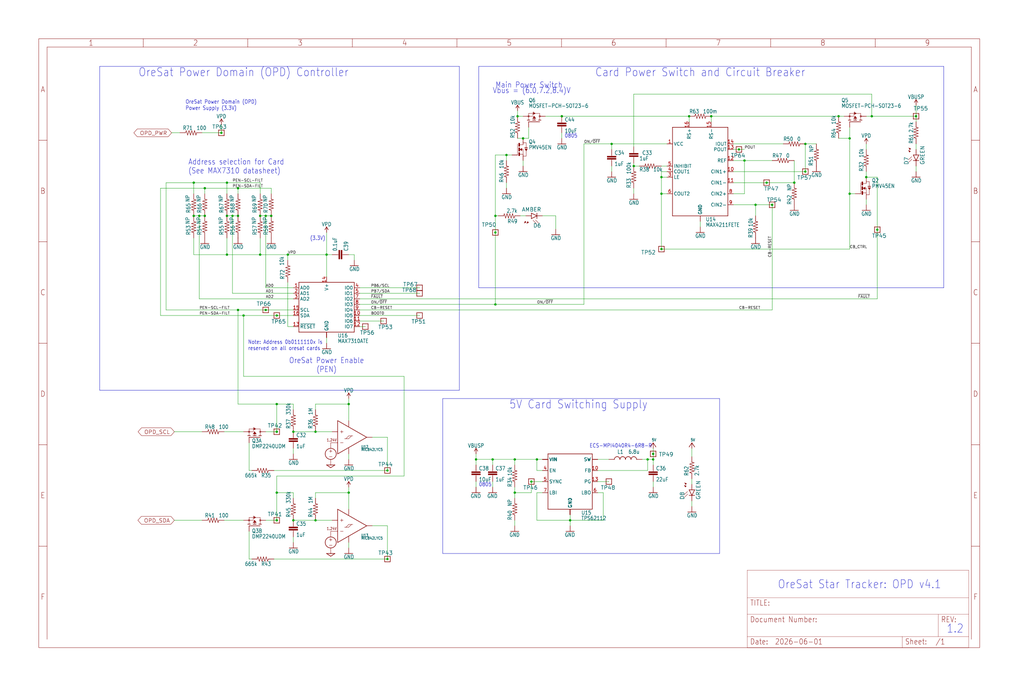
<source format=kicad_sch>
(kicad_sch (version 20250114) (generator "eeschema") (generator_version "9.0")
  (paper "User" 469.9 317.627)
  (text "Vbus = (6.0,7.2,8.4)V" (at 226.06 43.18 0) (effects (font (size 2.54 2.159)) (justify left bottom)))
  (text "0805" (at 219.71 223.52 0) (effects (font (size 1.778 1.5113)) (justify left bottom)))
  (text "0805" (at 259.08 63.5 0) (effects (font (size 1.778 1.5113)) (justify left bottom)))
  (text "ECS-MPI4040R4-6R8-R" (at 270.51 205.74 0) (effects (font (size 1.778 1.5113)) (justify left bottom)))
  (text "OreSat Power Enable\n(PEN)" (at 149.86 167.64 0) (effects (font (size 2.54 2.159))))
  (text "5V Card Switching Supply" (at 233.68 187.96 0) (effects (font (size 3.81 3.2385)) (justify left bottom)))
  (text "OreSat Power Domain (OPD) Controller" (at 63.5 35.56 0) (effects (font (size 3.81 3.2385)) (justify left bottom)))
  (text "OreSat Star Tracker: OPD v4.1" (at 356.87 270.51 0) (effects (font (size 3.81 3.2385)) (justify left bottom)))
  (text "Note: Address 0b0111110x is\nreserved on all oresat cards" (at 113.792 161.036 0) (effects (font (size 1.778 1.5113)) (justify left bottom)))
  (text "Address selection for Card\n(See MAX7310 datasheet)" (at 86.36 80.01 0) (effects (font (size 2.54 2.159)) (justify left bottom)))
  (text "Card Power Switch and Circuit Breaker" (at 273.05 35.56 0) (effects (font (size 3.81 3.2385)) (justify left bottom)))
  (text "(3.3V)" (at 142.24 110.49 0) (effects (font (size 1.778 1.5113)) (justify left bottom)))
  (text "OreSat Power Domain (OPD)\nPower Supply (3.3V)" (at 85.09 50.8 0) (effects (font (size 1.778 1.5113)) (justify left bottom)))
  (text "1.2" (at 434.34 290.83 0) (effects (font (size 3.81 3.2385)) (justify left bottom)))
  (text "Main Power Switch" (at 227.33 40.64 0) (effects (font (size 2.54 2.159)) (justify left bottom)))
  (junction (at 91.44 99.06))
  (junction (at 354.33 93.98))
  (junction (at 127 144.78))
  (junction (at 232.41 71.12))
  (junction (at 160.02 185.42))
  (junction (at 236.22 226.06))
  (junction (at 351.79 83.82))
  (junction (at 246.38 210.82))
  (junction (at 303.53 88.9))
  (junction (at 369.57 66.04))
  (junction (at 299.72 208.28))
  (junction (at 420.37 53.34))
  (junction (at 402.59 105.41))
  (junction (at 227.33 139.7))
  (junction (at 243.84 220.98))
  (junction (at 227.33 99.06))
  (junction (at 121.92 142.24))
  (junction (at 109.22 99.06))
  (junction (at 93.98 86.36))
  (junction (at 341.63 73.66))
  (junction (at 400.05 53.34))
  (junction (at 226.06 210.82))
  (junction (at 104.14 116.84))
  (junction (at 101.6 60.96))
  (junction (at 93.98 99.06))
  (junction (at 303.53 81.28))
  (junction (at 127 226.06))
  (junction (at 177.8 256.54))
  (junction (at 389.89 63.5))
  (junction (at 134.62 198.12))
  (junction (at 109.22 86.36))
  (junction (at 104.14 99.06))
  (junction (at 127 238.76))
  (junction (at 106.68 99.06))
  (junction (at 364.49 83.82))
  (junction (at 127 198.12))
  (junction (at 299.72 210.82))
  (junction (at 280.67 66.04))
  (junction (at 149.86 116.84))
  (junction (at 134.62 238.76))
  (junction (at 121.92 99.06))
  (junction (at 290.83 76.2))
  (junction (at 369.57 78.74))
  (junction (at 218.44 210.82))
  (junction (at 119.38 99.06))
  (junction (at 316.23 53.34))
  (junction (at 297.18 210.82))
  (junction (at 303.53 114.3))
  (junction (at 104.14 83.82))
  (junction (at 177.8 215.9))
  (junction (at 109.22 142.24))
  (junction (at 88.9 99.06))
  (junction (at 384.81 53.34))
  (junction (at 160.02 226.06))
  (junction (at 240.03 63.5))
  (junction (at 88.9 83.82))
  (junction (at 119.38 116.84))
  (junction (at 237.49 53.34))
  (junction (at 127 185.42))
  (junction (at 346.71 93.98))
  (junction (at 261.62 238.76))
  (junction (at 257.81 53.34))
  (junction (at 144.78 198.12))
  (junction (at 326.39 53.34))
  (junction (at 397.51 81.28))
  (junction (at 236.22 210.82))
  (junction (at 132.08 116.84))
  (junction (at 144.78 238.76))
  (junction (at 111.76 144.78))
  (junction (at 124.46 99.06))
  (junction (at 389.89 88.9))
  (junction (at 227.33 106.68))
  (junction (at 339.09 68.58))
  (wire (pts (xy 274.32 215.9) (xy 297.18 215.9)) (stroke (width 0.1524)))
  (wire (pts (xy 109.22 86.36) (xy 124.46 86.36)) (stroke (width 0.1524)))
  (wire (pts (xy 227.33 71.12) (xy 227.33 99.06)) (stroke (width 0.1524)))
  (wire (pts (xy 402.59 137.16) (xy 165.1 137.16)) (stroke (width 0.1524)))
  (wire (pts (xy 144.78 228.6) (xy 144.78 226.06)) (stroke (width 0.1524)))
  (wire (pts (xy 317.5 209.55) (xy 317.5 205.74)) (stroke (width 0.1524)))
  (wire (pts (xy 226.06 213.36) (xy 226.06 210.82)) (stroke (width 0.1524)))
  (polyline (pts (xy 219.71 30.48) (xy 433.07 30.48)) (stroke (width 0.1524) (type solid)))
  (wire (pts (xy 104.14 88.9) (xy 104.14 83.82)) (stroke (width 0.1524)))
  (wire (pts (xy 346.71 99.06) (xy 346.71 93.98)) (stroke (width 0.1524)))
  (wire (pts (xy 232.41 71.12) (xy 234.95 71.12)) (stroke (width 0.1524)))
  (polyline (pts (xy 433.07 132.08) (xy 219.71 132.08)) (stroke (width 0.1524) (type solid)))
  (polyline (pts (xy 45.72 179.07) (xy 45.72 30.48)) (stroke (width 0.1524) (type solid)))
  (wire (pts (xy 354.33 93.98) (xy 346.71 93.98)) (stroke (width 0.1524)))
  (wire (pts (xy 119.38 88.9) (xy 119.38 83.82)) (stroke (width 0.1524)))
  (wire (pts (xy 336.55 78.74) (xy 369.57 78.74)) (stroke (width 0.1524)))
  (wire (pts (xy 236.22 241.3) (xy 236.22 238.76)) (stroke (width 0.1524)))
  (wire (pts (xy 400.05 53.34) (xy 420.37 53.34)) (stroke (width 0.1524)))
  (wire (pts (xy 144.78 187.96) (xy 144.78 185.42)) (stroke (width 0.1524)))
  (wire (pts (xy 243.84 220.98) (xy 248.92 220.98)) (stroke (width 0.1524)))
  (wire (pts (xy 115.57 256.54) (xy 114.3 256.54)) (stroke (width 0.1524)))
  (wire (pts (xy 127 218.44) (xy 185.42 218.44)) (stroke (width 0.1524)))
  (wire (pts (xy 243.84 226.06) (xy 236.22 226.06)) (stroke (width 0.1524)))
  (wire (pts (xy 88.9 116.84) (xy 104.14 116.84)) (stroke (width 0.1524)))
  (wire (pts (xy 134.62 149.86) (xy 132.08 149.86)) (stroke (width 0.1524)))
  (wire (pts (xy 127 238.76) (xy 121.92 238.76)) (stroke (width 0.1524)))
  (wire (pts (xy 384.81 63.5) (xy 389.89 63.5)) (stroke (width 0.1524)))
  (polyline (pts (xy 330.2 182.88) (xy 330.2 254)) (stroke (width 0.1524) (type solid)))
  (wire (pts (xy 402.59 105.41) (xy 402.59 137.16)) (stroke (width 0.1524)))
  (wire (pts (xy 246.38 215.9) (xy 246.38 210.82)) (stroke (width 0.1524)))
  (wire (pts (xy 160.02 226.06) (xy 160.02 223.52)) (stroke (width 0.1524)))
  (wire (pts (xy 290.83 88.9) (xy 290.83 86.36)) (stroke (width 0.1524)))
  (wire (pts (xy 299.72 223.52) (xy 299.72 220.98)) (stroke (width 0.1524)))
  (wire (pts (xy 237.49 50.8) (xy 237.49 53.34)) (stroke (width 0.1524)))
  (wire (pts (xy 397.51 66.04) (xy 397.51 68.58)) (stroke (width 0.1524)))
  (wire (pts (xy 397.51 81.28) (xy 402.59 81.28)) (stroke (width 0.1524)))
  (wire (pts (xy 321.31 104.14) (xy 321.31 101.6)) (stroke (width 0.1524)))
  (wire (pts (xy 299.72 213.36) (xy 299.72 210.82)) (stroke (width 0.1524)))
  (wire (pts (xy 88.9 88.9) (xy 88.9 83.82)) (stroke (width 0.1524)))
  (wire (pts (xy 297.18 210.82) (xy 294.64 210.82)) (stroke (width 0.1524)))
  (wire (pts (xy 389.89 63.5) (xy 389.89 58.42)) (stroke (width 0.1524)))
  (wire (pts (xy 91.44 137.16) (xy 91.44 99.06)) (stroke (width 0.1524)))
  (polyline (pts (xy 210.82 30.48) (xy 210.82 179.07)) (stroke (width 0.1524) (type solid)))
  (wire (pts (xy 119.38 116.84) (xy 132.08 116.84)) (stroke (width 0.1524)))
  (wire (pts (xy 134.62 187.96) (xy 134.62 185.42)) (stroke (width 0.1524)))
  (wire (pts (xy 306.07 78.74) (xy 303.53 78.74)) (stroke (width 0.1524)))
  (wire (pts (xy 397.51 91.44) (xy 397.51 93.98)) (stroke (width 0.1524)))
  (wire (pts (xy 290.83 74.93) (xy 290.83 76.2)) (stroke (width 0.1524)))
  (wire (pts (xy 165.1 139.7) (xy 227.33 139.7)) (stroke (width 0.1524)))
  (wire (pts (xy 336.55 68.58) (xy 339.09 68.58)) (stroke (width 0.1524)))
  (wire (pts (xy 124.46 99.06) (xy 121.92 99.06)) (stroke (width 0.1524)))
  (wire (pts (xy 346.71 93.98) (xy 336.55 93.98)) (stroke (width 0.1524)))
  (wire (pts (xy 274.32 226.06) (xy 276.86 226.06)) (stroke (width 0.1524)))
  (wire (pts (xy 389.89 114.3) (xy 303.53 114.3)) (stroke (width 0.1524)))
  (wire (pts (xy 149.86 116.84) (xy 149.86 106.68)) (stroke (width 0.1524)))
  (wire (pts (xy 236.22 210.82) (xy 226.06 210.82)) (stroke (width 0.1524)))
  (wire (pts (xy 165.1 147.32) (xy 176.022 147.32)) (stroke (width 0.1524)))
  (wire (pts (xy 290.83 67.31) (xy 290.83 43.18)) (stroke (width 0.1524)))
  (wire (pts (xy 134.62 144.78) (xy 127 144.78)) (stroke (width 0.1524)))
  (wire (pts (xy 160.02 185.42) (xy 160.02 182.88)) (stroke (width 0.1524)))
  (wire (pts (xy 177.8 256.54) (xy 125.73 256.54)) (stroke (width 0.1524)))
  (wire (pts (xy 274.32 210.82) (xy 279.4 210.82)) (stroke (width 0.1524)))
  (wire (pts (xy 227.33 139.7) (xy 267.97 139.7)) (stroke (width 0.1524)))
  (polyline (pts (xy 330.2 254) (xy 203.2 254)) (stroke (width 0.1524) (type solid)))
  (wire (pts (xy 384.81 53.34) (xy 387.35 53.34)) (stroke (width 0.1524)))
  (wire (pts (xy 160.02 251.46) (xy 160.02 248.92)) (stroke (width 0.1524)))
  (wire (pts (xy 76.2 83.82) (xy 88.9 83.82)) (stroke (width 0.1524)))
  (wire (pts (xy 369.57 66.04) (xy 374.65 66.04)) (stroke (width 0.1524)))
  (wire (pts (xy 165.1 134.62) (xy 192.532 134.62)) (stroke (width 0.1524)))
  (wire (pts (xy 227.33 99.06) (xy 227.33 106.68)) (stroke (width 0.1524)))
  (wire (pts (xy 111.76 198.12) (xy 102.87 198.12)) (stroke (width 0.1524)))
  (wire (pts (xy 420.37 66.04) (xy 420.37 68.58)) (stroke (width 0.1524)))
  (wire (pts (xy 236.22 228.6) (xy 236.22 226.06)) (stroke (width 0.1524)))
  (wire (pts (xy 109.22 99.06) (xy 106.68 99.06)) (stroke (width 0.1524)))
  (wire (pts (xy 127 185.42) (xy 127 198.12)) (stroke (width 0.1524)))
  (wire (pts (xy 185.42 218.44) (xy 185.42 172.72)) (stroke (width 0.1524)))
  (wire (pts (xy 149.86 157.48) (xy 149.86 154.94)) (stroke (width 0.1524)))
  (wire (pts (xy 167.64 149.86) (xy 165.1 149.86)) (stroke (width 0.1524)))
  (wire (pts (xy 290.83 43.18) (xy 400.05 43.18)) (stroke (width 0.1524)))
  (polyline (pts (xy 210.82 179.07) (xy 45.72 179.07)) (stroke (width 0.1524) (type solid)))
  (wire (pts (xy 160.02 185.42) (xy 144.78 185.42)) (stroke (width 0.1524)))
  (wire (pts (xy 160.02 233.68) (xy 160.02 226.06)) (stroke (width 0.1524)))
  (wire (pts (xy 303.53 88.9) (xy 306.07 88.9)) (stroke (width 0.1524)))
  (wire (pts (xy 276.86 226.06) (xy 276.86 238.76)) (stroke (width 0.1524)))
  (wire (pts (xy 132.08 129.54) (xy 132.08 149.86)) (stroke (width 0.1524)))
  (wire (pts (xy 162.56 116.84) (xy 162.56 119.38)) (stroke (width 0.1524)))
  (wire (pts (xy 144.78 198.12) (xy 134.62 198.12)) (stroke (width 0.1524)))
  (wire (pts (xy 82.55 60.96) (xy 78.74 60.96)) (stroke (width 0.1524)))
  (wire (pts (xy 299.72 210.82) (xy 299.72 208.28)) (stroke (width 0.1524)))
  (wire (pts (xy 303.53 114.3) (xy 303.53 88.9)) (stroke (width 0.1524)))
  (wire (pts (xy 92.71 198.12) (xy 80.01 198.12)) (stroke (width 0.1524)))
  (polyline (pts (xy 203.2 254) (xy 203.2 182.88)) (stroke (width 0.1524) (type solid)))
  (wire (pts (xy 364.49 83.82) (xy 364.49 73.66)) (stroke (width 0.1524)))
  (wire (pts (xy 170.815 200.66) (xy 177.8 200.66)) (stroke (width 0.1524)))
  (wire (pts (xy 101.6 60.96) (xy 101.6 57.15)) (stroke (width 0.1524)))
  (wire (pts (xy 246.38 226.06) (xy 248.92 226.06)) (stroke (width 0.1524)))
  (wire (pts (xy 218.44 210.82) (xy 218.44 208.28)) (stroke (width 0.1524)))
  (wire (pts (xy 134.62 248.92) (xy 134.62 246.38)) (stroke (width 0.1524)))
  (wire (pts (xy 93.98 99.06) (xy 91.44 99.06)) (stroke (width 0.1524)))
  (wire (pts (xy 93.98 88.9) (xy 93.98 86.36)) (stroke (width 0.1524)))
  (wire (pts (xy 177.8 200.66) (xy 177.8 215.9)) (stroke (width 0.1524)))
  (wire (pts (xy 341.63 73.66) (xy 354.33 73.66)) (stroke (width 0.1524)))
  (wire (pts (xy 341.63 88.9) (xy 341.63 73.66)) (stroke (width 0.1524)))
  (wire (pts (xy 170.815 241.3) (xy 177.8 241.3)) (stroke (width 0.1524)))
  (wire (pts (xy 134.62 185.42) (xy 127 185.42)) (stroke (width 0.1524)))
  (wire (pts (xy 152.4 238.76) (xy 144.78 238.76)) (stroke (width 0.1524)))
  (wire (pts (xy 250.19 53.34) (xy 257.81 53.34)) (stroke (width 0.1524)))
  (wire (pts (xy 127 144.78) (xy 111.76 144.78)) (stroke (width 0.1524)))
  (wire (pts (xy 240.03 73.66) (xy 240.03 76.2)) (stroke (width 0.1524)))
  (wire (pts (xy 177.8 215.9) (xy 125.73 215.9)) (stroke (width 0.1524)))
  (polyline (pts (xy 45.72 30.48) (xy 210.82 30.48)) (stroke (width 0.1524) (type solid)))
  (wire (pts (xy 160.02 193.04) (xy 160.02 185.42)) (stroke (width 0.1524)))
  (wire (pts (xy 134.62 226.06) (xy 127 226.06)) (stroke (width 0.1524)))
  (wire (pts (xy 104.14 116.84) (xy 119.38 116.84)) (stroke (width 0.1524)))
  (wire (pts (xy 114.3 256.54) (xy 114.3 243.84)) (stroke (width 0.1524)))
  (wire (pts (xy 267.97 66.04) (xy 280.67 66.04)) (stroke (width 0.1524)))
  (wire (pts (xy 290.83 76.2) (xy 293.37 76.2)) (stroke (width 0.1524)))
  (wire (pts (xy 88.9 83.82) (xy 104.14 83.82)) (stroke (width 0.1524)))
  (wire (pts (xy 257.81 63.5) (xy 257.81 60.96)) (stroke (width 0.1524)))
  (wire (pts (xy 420.37 76.2) (xy 420.37 78.74)) (stroke (width 0.1524)))
  (wire (pts (xy 104.14 83.82) (xy 119.38 83.82)) (stroke (width 0.1524)))
  (wire (pts (xy 389.89 88.9) (xy 389.89 114.3)) (stroke (width 0.1524)))
  (wire (pts (xy 134.62 137.16) (xy 91.44 137.16)) (stroke (width 0.1524)))
  (wire (pts (xy 232.41 73.66) (xy 232.41 71.12)) (stroke (width 0.1524)))
  (wire (pts (xy 121.92 142.24) (xy 134.62 142.24)) (stroke (width 0.1524)))
  (wire (pts (xy 134.62 134.62) (xy 106.68 134.62)) (stroke (width 0.1524)))
  (wire (pts (xy 115.57 215.9) (xy 114.3 215.9)) (stroke (width 0.1524)))
  (wire (pts (xy 111.76 238.76) (xy 102.87 238.76)) (stroke (width 0.1524)))
  (wire (pts (xy 316.23 53.34) (xy 316.23 55.88)) (stroke (width 0.1524)))
  (wire (pts (xy 242.57 63.5) (xy 242.57 58.42)) (stroke (width 0.1524)))
  (wire (pts (xy 228.6 99.06) (xy 227.33 99.06)) (stroke (width 0.1524)))
  (wire (pts (xy 246.38 238.76) (xy 261.62 238.76)) (stroke (width 0.1524)))
  (wire (pts (xy 134.62 208.28) (xy 134.62 205.74)) (stroke (width 0.1524)))
  (wire (pts (xy 165.1 142.24) (xy 354.33 142.24)) (stroke (width 0.1524)))
  (wire (pts (xy 306.07 76.2) (xy 303.53 76.2)) (stroke (width 0.1524)))
  (wire (pts (xy 236.22 226.06) (xy 236.22 223.52)) (stroke (width 0.1524)))
  (wire (pts (xy 76.2 142.24) (xy 76.2 83.82)) (stroke (width 0.1524)))
  (wire (pts (xy 218.44 220.98) (xy 218.44 223.52)) (stroke (width 0.1524)))
  (wire (pts (xy 177.8 241.3) (xy 177.8 256.54)) (stroke (width 0.1524)))
  (wire (pts (xy 326.39 55.88) (xy 326.39 53.34)) (stroke (width 0.1524)))
  (wire (pts (xy 237.49 63.5) (xy 240.03 63.5)) (stroke (width 0.1524)))
  (wire (pts (xy 317.5 229.87) (xy 317.5 232.41)) (stroke (width 0.1524)))
  (wire (pts (xy 134.62 132.08) (xy 121.92 132.08)) (stroke (width 0.1524)))
  (wire (pts (xy 397.51 53.34) (xy 400.05 53.34)) (stroke (width 0.1524)))
  (wire (pts (xy 106.68 99.06) (xy 104.14 99.06)) (stroke (width 0.1524)))
  (wire (pts (xy 392.43 88.9) (xy 389.89 88.9)) (stroke (width 0.1524)))
  (wire (pts (xy 192.532 132.08) (xy 165.1 132.08)) (stroke (width 0.1524)))
  (wire (pts (xy 114.3 215.9) (xy 114.3 203.2)) (stroke (width 0.1524)))
  (wire (pts (xy 354.33 142.24) (xy 354.33 93.98)) (stroke (width 0.1524)))
  (wire (pts (xy 109.22 185.42) (xy 109.22 142.24)) (stroke (width 0.1524)))
  (wire (pts (xy 160.02 116.84) (xy 162.56 116.84)) (stroke (width 0.1524)))
  (wire (pts (xy 104.14 116.84) (xy 104.14 109.22)) (stroke (width 0.1524)))
  (wire (pts (xy 127 198.12) (xy 121.92 198.12)) (stroke (width 0.1524)))
  (wire (pts (xy 280.67 66.04) (xy 306.07 66.04)) (stroke (width 0.1524)))
  (wire (pts (xy 237.49 53.34) (xy 240.03 53.34)) (stroke (width 0.1524)))
  (wire (pts (xy 261.62 241.3) (xy 261.62 238.76)) (stroke (width 0.1524)))
  (wire (pts (xy 121.92 132.08) (xy 121.92 99.06)) (stroke (width 0.1524)))
  (wire (pts (xy 226.06 223.52) (xy 226.06 220.98)) (stroke (width 0.1524)))
  (wire (pts (xy 248.92 210.82) (xy 246.38 210.82)) (stroke (width 0.1524)))
  (wire (pts (xy 218.44 213.36) (xy 218.44 210.82)) (stroke (width 0.1524)))
  (wire (pts (xy 303.53 81.28) (xy 303.53 88.9)) (stroke (width 0.1524)))
  (wire (pts (xy 132.08 119.38) (xy 132.08 116.84)) (stroke (width 0.1524)))
  (polyline (pts (xy 433.07 30.48) (xy 433.07 132.08)) (stroke (width 0.1524) (type solid)))
  (wire (pts (xy 111.76 144.78) (xy 73.66 144.78)) (stroke (width 0.1524)))
  (wire (pts (xy 127 226.06) (xy 127 218.44)) (stroke (width 0.1524)))
  (wire (pts (xy 121.92 99.06) (xy 119.38 99.06)) (stroke (width 0.1524)))
  (wire (pts (xy 336.55 66.04) (xy 359.41 66.04)) (stroke (width 0.1524)))
  (wire (pts (xy 297.18 210.82) (xy 299.72 210.82)) (stroke (width 0.1524)))
  (polyline (pts (xy 219.71 132.08) (xy 219.71 30.48)) (stroke (width 0.1524) (type solid)))
  (wire (pts (xy 339.09 68.58) (xy 341.63 68.58)) (stroke (width 0.1524)))
  (wire (pts (xy 246.38 215.9) (xy 248.92 215.9)) (stroke (width 0.1524)))
  (wire (pts (xy 119.38 116.84) (xy 119.38 109.22)) (stroke (width 0.1524)))
  (wire (pts (xy 73.66 86.36) (xy 93.98 86.36)) (stroke (width 0.1524)))
  (wire (pts (xy 132.08 116.84) (xy 149.86 116.84)) (stroke (width 0.1524)))
  (wire (pts (xy 351.79 83.82) (xy 336.55 83.82)) (stroke (width 0.1524)))
  (wire (pts (xy 92.71 238.76) (xy 80.01 238.76)) (stroke (width 0.1524)))
  (wire (pts (xy 88.9 116.84) (xy 88.9 109.22)) (stroke (width 0.1524)))
  (wire (pts (xy 326.39 53.34) (xy 384.81 53.34)) (stroke (width 0.1524)))
  (wire (pts (xy 76.2 142.24) (xy 109.22 142.24)) (stroke (width 0.1524)))
  (wire (pts (xy 280.67 78.74) (xy 280.67 76.2)) (stroke (width 0.1524)))
  (wire (pts (xy 238.76 99.06) (xy 241.3 99.06)) (stroke (width 0.1524)))
  (wire (pts (xy 255.016 99.06) (xy 255.016 105.156)) (stroke (width 0.1524)))
  (wire (pts (xy 420.37 48.26) (xy 420.37 53.34)) (stroke (width 0.1524)))
  (wire (pts (xy 257.81 53.34) (xy 316.23 53.34)) (stroke (width 0.1524)))
  (wire (pts (xy 160.02 226.06) (xy 144.78 226.06)) (stroke (width 0.1524)))
  (wire (pts (xy 280.67 68.58) (xy 280.67 66.04)) (stroke (width 0.1524)))
  (wire (pts (xy 160.02 210.82) (xy 160.02 208.28)) (stroke (width 0.1524)))
  (wire (pts (xy 351.79 83.82) (xy 364.49 83.82)) (stroke (width 0.1524)))
  (wire (pts (xy 93.98 86.36) (xy 109.22 86.36)) (stroke (width 0.1524)))
  (wire (pts (xy 400.05 43.18) (xy 400.05 53.34)) (stroke (width 0.1524)))
  (wire (pts (xy 420.37 53.34) (xy 420.37 55.88)) (stroke (width 0.1524)))
  (wire (pts (xy 336.55 88.9) (xy 341.63 88.9)) (stroke (width 0.1524)))
  (wire (pts (xy 246.38 210.82) (xy 236.22 210.82)) (stroke (width 0.1524)))
  (wire (pts (xy 303.53 78.74) (xy 303.53 81.28)) (stroke (width 0.1524)))
  (wire (pts (xy 106.68 134.62) (xy 106.68 99.06)) (stroke (width 0.1524)))
  (wire (pts (xy 165.1 144.78) (xy 192.532 144.78)) (stroke (width 0.1524)))
  (wire (pts (xy 276.86 238.76) (xy 261.62 238.76)) (stroke (width 0.1524)))
  (wire (pts (xy 149.86 116.84) (xy 152.4 116.84)) (stroke (width 0.1524)))
  (wire (pts (xy 185.42 172.72) (xy 111.76 172.72)) (stroke (width 0.1524)))
  (wire (pts (xy 144.78 238.76) (xy 134.62 238.76)) (stroke (width 0.1524)))
  (polyline (pts (xy 203.2 182.88) (xy 330.2 182.88)) (stroke (width 0.1524) (type solid)))
  (wire (pts (xy 246.38 226.06) (xy 246.38 238.76)) (stroke (width 0.1524)))
  (wire (pts (xy 336.55 73.66) (xy 341.63 73.66)) (stroke (width 0.1524)))
  (wire (pts (xy 274.32 220.98) (xy 279.4 220.98)) (stroke (width 0.1524)))
  (wire (pts (xy 299.72 205.74) (xy 299.72 208.28)) (stroke (width 0.1524)))
  (wire (pts (xy 134.62 228.6) (xy 134.62 226.06)) (stroke (width 0.1524)))
  (wire (pts (xy 152.4 198.12) (xy 144.78 198.12)) (stroke (width 0.1524)))
  (wire (pts (xy 402.59 81.28) (xy 402.59 105.41)) (stroke (width 0.1524)))
  (wire (pts (xy 261.62 238.76) (xy 261.62 236.22)) (stroke (width 0.1524)))
  (wire (pts (xy 91.44 99.06) (xy 88.9 99.06)) (stroke (width 0.1524)))
  (wire (pts (xy 248.92 99.06) (xy 255.016 99.06)) (stroke (width 0.1524)))
  (wire (pts (xy 397.51 78.74) (xy 397.51 81.28)) (stroke (width 0.1524)))
  (wire (pts (xy 73.66 144.78) (xy 73.66 86.36)) (stroke (width 0.1524)))
  (wire (pts (xy 124.46 86.36) (xy 124.46 88.9)) (stroke (width 0.1524)))
  (wire (pts (xy 369.57 78.74) (xy 369.57 66.04)) (stroke (width 0.1524)))
  (wire (pts (xy 127 226.06) (xy 127 238.76)) (stroke (width 0.1524)))
  (wire (pts (xy 109.22 88.9) (xy 109.22 86.36)) (stroke (width 0.1524)))
  (wire (pts (xy 232.41 71.12) (xy 227.33 71.12)) (stroke (width 0.1524)))
  (wire (pts (xy 389.89 63.5) (xy 389.89 88.9)) (stroke (width 0.1524)))
  (wire (pts (xy 317.5 219.71) (xy 317.5 222.25)) (stroke (width 0.1524)))
  (wire (pts (xy 218.44 210.82) (xy 226.06 210.82)) (stroke (width 0.1524)))
  (wire (pts (xy 149.86 127) (xy 149.86 116.84)) (stroke (width 0.1524)))
  (wire (pts (xy 111.76 172.72) (xy 111.76 144.78)) (stroke (width 0.1524)))
  (wire (pts (xy 303.53 81.28) (xy 306.07 81.28)) (stroke (width 0.1524)))
  (wire (pts (xy 92.71 60.96) (xy 101.6 60.96)) (stroke (width 0.1524)))
  (wire (pts (xy 232.41 83.82) (xy 232.41 86.36)) (stroke (width 0.1524)))
  (wire (pts (xy 127 185.42) (xy 109.22 185.42)) (stroke (width 0.1524)))
  (wire (pts (xy 243.84 220.98) (xy 243.84 226.06)) (stroke (width 0.1524)))
  (wire (pts (xy 109.22 142.24) (xy 121.92 142.24)) (stroke (width 0.1524)))
  (wire (pts (xy 267.97 139.7) (xy 267.97 66.04)) (stroke (width 0.1524)))
  (wire (pts (xy 297.18 215.9) (xy 297.18 210.82)) (stroke (width 0.1524)))
  (wire (pts (xy 227.33 106.68) (xy 227.33 139.7)) (stroke (width 0.1524)))
  (wire (pts (xy 240.03 63.5) (xy 242.57 63.5)) (stroke (width 0.1524)))
  (wire (pts (xy 236.22 213.36) (xy 236.22 210.82)) (stroke (width 0.1524)))
  (label "ON/~{OFF}" (at 246.38 139.7 0) (effects (font (size 1.2446 1.2446))))
  (label "ON/~{OFF}" (at 267.97 66.04 0) (effects (font (size 1.2446 1.2446))))
  (label "PEN-SCL-FILT" (at 91.44 142.24 0) (effects (font (size 1.2446 1.2446))))
  (label "CB_CTRL" (at 389.89 114.3 0) (effects (font (size 1.2446 1.2446))))
  (label "PEN-SDA-FILT" (at 106.68 86.36 0) (effects (font (size 1.2446 1.2446))))
  (label "PEN-SDA-FILT" (at 91.44 144.78 0) (effects (font (size 1.2446 1.2446))))
  (label "AD0" (at 121.92 132.08 0) (effects (font (size 1.2446 1.2446))))
  (label "AD1" (at 121.92 134.62 0) (effects (font (size 1.2446 1.2446))))
  (label "BOOT0" (at 170.18 144.78 0) (effects (font (size 1.2446 1.2446))))
  (label "VPD" (at 132.08 116.84 0) (effects (font (size 1.2446 1.2446))))
  (label "CB-RESET" (at 354.33 118.11 90) (effects (font (size 1.2446 1.2446))))
  (label "PB7/SDA" (at 170.18 134.62 0) (effects (font (size 1.2446 1.2446))))
  (label "~{FAULT}" (at 170.18 137.16 0) (effects (font (size 1.2446 1.2446))))
  (label "AD2" (at 121.92 137.16 0) (effects (font (size 1.2446 1.2446))))
  (label "PB6/SCL" (at 170.18 132.08 0) (effects (font (size 1.2446 1.2446))))
  (label "CB-RESET" (at 339.09 142.24 0) (effects (font (size 1.2446 1.2446))))
  (label "PEN-SCL-FILT" (at 106.68 83.82 0) (effects (font (size 1.2446 1.2446))))
  (label "~{FAULT}" (at 393.7 137.16 0) (effects (font (size 1.2446 1.2446))))
  (label "ON/~{OFF}" (at 170.18 139.7 0) (effects (font (size 1.2446 1.2446))))
  (label "CB-RESET" (at 170.18 142.24 0) (effects (font (size 1.2446 1.2446))))
  (label "POUT" (at 341.63 68.58 0) (effects (font (size 1.2446 1.2446))))
  (global_label "OPD_PWR" (shape bidirectional) (at 78.74 60.96 180) (effects (font (size 1.778 1.778))) (property "Intersheetrefs" "${INTERSHEET_REFS}" (effects (hide yes))))
  (global_label "OPD_SCL" (shape bidirectional) (at 80.01 198.12 180) (effects (font (size 1.778 1.778))) (property "Intersheetrefs" "${INTERSHEET_REFS}" (effects (hide yes))))
  (global_label "OPD_SDA" (shape bidirectional) (at 80.01 238.76 180) (effects (font (size 1.778 1.778))) (property "Intersheetrefs" "${INTERSHEET_REFS}" (effects (hide yes))))
  (symbol (lib_id "star-tracker-card-eagle-import:Q-MOSFET-PCH-dual-SOT23-6_MOSFET-PCH-SOT23-6") (at 116.84 241.3 90) (unit 2)
    (property "Reference" "Q3" (at 115.57 244.602 90) (effects (font (size 1.778 1.5113)) (justify right top)))
    (property "Value" "DMP2240UDM" (at 115.57 247.142 90) (effects (font (size 1.778 1.5113)) (justify right top)))
    (property "Footprint" "star-tracker-card:SOT23-6" (effects (hide yes)))
  )
  (symbol (lib_id "star-tracker-card-eagle-import:TEST-POINT") (at 167.64 149.86 0) (unit 1)
    (property "Reference" "TP56" (at 165.1 153.67 0) (effects (font (size 1.778 1.778)) (justify left bottom)))
    (property "Value" "TEST-POINT" (effects (hide yes)))
    (property "Footprint" "star-tracker-card:2MM-TEST-POINT" (effects (hide yes)))
  )
  (symbol (lib_id "star-tracker-card-eagle-import:R-US_0603-A") (at 420.37 60.96 90) (unit 1)
    (property "Reference" "R61" (at 419.1 66.04 0) (effects (font (size 1.778 1.5113)) (justify left bottom)))
    (property "Value" "2.7k" (at 419.1 60.96 0) (effects (font (size 1.778 1.5113)) (justify left bottom)))
    (property "Footprint" "star-tracker-card:.0603-A" (effects (hide yes)))
  )
  (symbol (lib_id "star-tracker-card-eagle-import:supply1_371_GND") (at 290.83 91.44 0) (mirror y) (unit 1)
    (property "Reference" "#GND21" (effects (hide yes)))
    (property "Value" "GND" (at 293.37 93.98 0) (effects (font (size 1.778 1.5113)) (justify left bottom)))
  )
  (symbol (lib_id "star-tracker-card-eagle-import:R-US_0603-A") (at 233.68 99.06 180) (unit 1)
    (property "Reference" "R49" (at 237.49 100.5586 0) (effects (font (size 1.778 1.5113)) (justify left bottom)))
    (property "Value" "2.7k" (at 237.49 95.758 0) (effects (font (size 1.778 1.5113)) (justify left bottom)))
    (property "Footprint" "star-tracker-card:.0603-A" (effects (hide yes)))
  )
  (symbol (lib_id "star-tracker-card-eagle-import:TEST-POINT") (at 101.6 60.96 180) (unit 1)
    (property "Reference" "TP63" (at 104.14 57.15 0) (effects (font (size 1.778 1.778)) (justify left bottom)))
    (property "Value" "TEST-POINT" (effects (hide yes)))
    (property "Footprint" "star-tracker-card:2MM-TEST-POINT" (effects (hide yes)))
  )
  (symbol (lib_id "star-tracker-card-eagle-import:R-US_0603-A") (at 364.49 88.9 90) (unit 1)
    (property "Reference" "R42" (at 363.22 93.98 0) (effects (font (size 1.778 1.5113)) (justify left bottom)))
    (property "Value" "NP" (at 363.22 87.63 0) (effects (font (size 1.778 1.5113)) (justify left bottom)))
    (property "Footprint" "star-tracker-card:.0603-A" (effects (hide yes)))
    (property "DIS" "Digi-Key" (effects (hide yes)))
    (property "DPN" "1276-4275-1-ND" (effects (hide yes)))
    (property "MFR" "Samsung" (effects (hide yes)))
    (property "MPN" "RC1005F6653CS" (effects (hide yes)))
  )
  (symbol (lib_id "star-tracker-card-eagle-import:TEST-POINT") (at 127 238.76 180) (unit 1)
    (property "Reference" "TP41" (at 129.54 234.95 0) (effects (font (size 1.778 1.778)) (justify left bottom)))
    (property "Value" "TEST-POINT" (effects (hide yes)))
    (property "Footprint" "star-tracker-card:2MM-TEST-POINT" (effects (hide yes)))
  )
  (symbol (lib_id "star-tracker-card-eagle-import:TEST-POINT") (at 351.79 83.82 0) (unit 1)
    (property "Reference" "TP47" (at 350.52 87.63 0) (effects (font (size 1.778 1.778)) (justify left bottom)))
    (property "Value" "TEST-POINT" (effects (hide yes)))
    (property "Footprint" "star-tracker-card:2MM-TEST-POINT" (effects (hide yes)))
  )
  (symbol (lib_id "star-tracker-card-eagle-import:supply1_371_GND") (at 257.81 66.04 0) (mirror y) (unit 1)
    (property "Reference" "#GND60" (effects (hide yes)))
    (property "Value" "GND" (at 260.35 68.58 0) (effects (font (size 1.778 1.5113)) (justify left bottom)))
  )
  (symbol (lib_id "star-tracker-card-eagle-import:SparkFun-LED_529_LED-GREEN0603") (at 243.84 99.06 90) (unit 1)
    (property "Reference" "D6" (at 248.412 102.489 90) (effects (font (size 1.778 1.778)) (justify left bottom)))
    (property "Value" "AMBER" (at 248.412 97.155 90) (effects (font (size 1.778 1.778)) (justify left top)))
    (property "Footprint" "star-tracker-card:LED-0603" (effects (hide yes)))
  )
  (symbol (lib_id "star-tracker-card-eagle-import:supply1_371_GND") (at 299.72 226.06 0) (mirror y) (unit 1)
    (property "Reference" "#GND22" (effects (hide yes)))
    (property "Value" "GND" (at 302.26 228.6 0) (effects (font (size 1.778 1.5113)) (justify left bottom)))
  )
  (symbol (lib_id "star-tracker-card-eagle-import:MAX7310") (at 149.86 139.7 0) (unit 1)
    (property "Reference" "U16" (at 154.94 154.94 0) (effects (font (size 1.778 1.5113)) (justify left bottom)))
    (property "Value" "MAX7310ATE" (at 154.94 157.48 0) (effects (font (size 1.778 1.5113)) (justify left bottom)))
    (property "Footprint" "star-tracker-card:QFN65P400X400X80-17T210" (effects (hide yes)))
    (property "MFR" "Maxim" (effects (hide yes)))
    (property "MPN" "MAX7310ATE" (effects (hide yes)))
  )
  (symbol (lib_id "star-tracker-card-eagle-import:supply1_371_GND") (at 226.06 226.06 0) (unit 1)
    (property "Reference" "#GND14" (effects (hide yes)))
    (property "Value" "GND" (at 223.52 228.6 0) (effects (font (size 1.778 1.5113)) (justify left bottom)))
  )
  (symbol (lib_id "star-tracker-card-eagle-import:R-US_0603-A") (at 120.65 215.9 180) (unit 1)
    (property "Reference" "R35" (at 124.46 217.17 0) (effects (font (size 1.778 1.5113)) (justify left bottom)))
    (property "Value" "665k" (at 118.11 217.17 0) (effects (font (size 1.778 1.5113)) (justify left bottom)))
    (property "Footprint" "star-tracker-card:.0603-A" (effects (hide yes)))
  )
  (symbol (lib_id "star-tracker-card-eagle-import:R-US_0603-A") (at 104.14 104.14 270) (unit 1)
    (property "Reference" "R55" (at 102.6414 107.95 0) (effects (font (size 1.778 1.5113)) (justify right top)))
    (property "Value" "NP" (at 102.362 102.87 0) (effects (font (size 1.778 1.5113)) (justify right top)))
    (property "Footprint" "star-tracker-card:.0603-A" (effects (hide yes)))
    (property "DIS" "Digi-Key" (effects (hide yes)))
    (property "DPN" "1276-4275-1-ND" (effects (hide yes)))
    (property "MFR" "Samsung" (effects (hide yes)))
    (property "MPN" "RC1005F6653CS" (effects (hide yes)))
  )
  (symbol (lib_id "star-tracker-card-eagle-import:supply1_371_GND") (at 374.65 78.74 0) (mirror y) (unit 1)
    (property "Reference" "#GND27" (effects (hide yes)))
    (property "Value" "GND" (at 377.19 81.28 0) (effects (font (size 1.778 1.5113)) (justify left bottom)))
  )
  (symbol (lib_id "star-tracker-card-eagle-import:R-US_0603-A") (at 232.41 78.74 90) (unit 1)
    (property "Reference" "R46" (at 231.14 83.82 0) (effects (font (size 1.778 1.5113)) (justify left bottom)))
    (property "Value" "10k" (at 231.14 77.47 0) (effects (font (size 1.778 1.5113)) (justify left bottom)))
    (property "Footprint" "star-tracker-card:.0603-A" (effects (hide yes)))
  )
  (symbol (lib_id "star-tracker-card-eagle-import:R-US_0603-A") (at 119.38 104.14 270) (unit 1)
    (property "Reference" "R57" (at 117.8814 107.95 0) (effects (font (size 1.778 1.5113)) (justify right top)))
    (property "Value" "NP" (at 117.602 102.87 0) (effects (font (size 1.778 1.5113)) (justify right top)))
    (property "Footprint" "star-tracker-card:.0603-A" (effects (hide yes)))
    (property "DIS" "Digi-Key" (effects (hide yes)))
    (property "DPN" "1276-4275-1-ND" (effects (hide yes)))
    (property "MFR" "Samsung" (effects (hide yes)))
    (property "MPN" "RC1005F6653CS" (effects (hide yes)))
  )
  (symbol (lib_id "star-tracker-card-eagle-import:TEST-POINT") (at 227.33 106.68 0) (unit 1)
    (property "Reference" "TP50" (at 220.98 104.14 0) (effects (font (size 1.778 1.778)) (justify left bottom)))
    (property "Value" "TEST-POINT" (effects (hide yes)))
    (property "Footprint" "star-tracker-card:2MM-TEST-POINT" (effects (hide yes)))
  )
  (symbol (lib_id "star-tracker-card-eagle-import:VBUSP") (at 218.44 208.28 0) (unit 1)
    (property "Reference" "#VBUSP1" (effects (hide yes)))
    (property "Value" "VBUSP" (at 218.44 205.486 0) (effects (font (size 1.778 1.5113)) (justify bottom)))
  )
  (symbol (lib_id "star-tracker-card-eagle-import:R-US_0603-A") (at 109.22 104.14 90) (unit 1)
    (property "Reference" "R56" (at 107.7214 107.95 0) (effects (font (size 1.778 1.5113)) (justify left bottom)))
    (property "Value" "NP" (at 107.442 102.87 0) (effects (font (size 1.778 1.5113)) (justify left bottom)))
    (property "Footprint" "star-tracker-card:.0603-A" (effects (hide yes)))
    (property "DIS" "Digi-Key" (effects (hide yes)))
    (property "DPN" "1276-4275-1-ND" (effects (hide yes)))
    (property "MFR" "Samsung" (effects (hide yes)))
    (property "MPN" "RC1005F6653CS" (effects (hide yes)))
  )
  (symbol (lib_id "star-tracker-card-eagle-import:R-US_0603-A") (at 236.22 233.68 90) (unit 1)
    (property "Reference" "R40" (at 234.95 238.76 0) (effects (font (size 1.778 1.5113)) (justify left bottom)))
    (property "Value" "NP" (at 234.95 232.41 0) (effects (font (size 1.778 1.5113)) (justify left bottom)))
    (property "Footprint" "star-tracker-card:.0603-A" (effects (hide yes)))
    (property "DIS" "Digi-Key" (effects (hide yes)))
    (property "DPN" "1276-4275-1-ND" (effects (hide yes)))
    (property "MFR" "Samsung" (effects (hide yes)))
    (property "MPN" "RC1005F6653CS" (effects (hide yes)))
  )
  (symbol (lib_id "star-tracker-card-eagle-import:C-EU0603-A") (at 280.67 71.12 0) (unit 1)
    (property "Reference" "C34" (at 281.94 71.12 0) (effects (font (size 1.778 1.5113)) (justify left bottom)))
    (property "Value" "1uF" (at 281.94 76.2 0) (effects (font (size 1.778 1.5113)) (justify left bottom)))
    (property "Footprint" "star-tracker-card:.0603-A" (effects (hide yes)))
  )
  (symbol (lib_id "star-tracker-card-eagle-import:VPD") (at 160.02 223.52 0) (unit 1)
    (property "Reference" "#VPD4" (effects (hide yes)))
    (property "Value" "VPD" (at 160.02 220.726 0) (effects (font (size 1.778 1.5113)) (justify bottom)))
  )
  (symbol (lib_id "star-tracker-card-eagle-import:C-EU0805-B") (at 257.81 55.88 0) (unit 1)
    (property "Reference" "C44" (at 259.08 55.88 0) (effects (font (size 1.778 1.5113)) (justify left bottom)))
    (property "Value" "10uF" (at 259.08 60.96 0) (effects (font (size 1.778 1.5113)) (justify left bottom)))
    (property "Footprint" "star-tracker-card:.0805-B" (effects (hide yes)))
  )
  (symbol (lib_id "star-tracker-card-eagle-import:VBUSP") (at 420.37 48.26 0) (unit 1)
    (property "Reference" "#VBUSP2" (effects (hide yes)))
    (property "Value" "VBUSP" (at 420.37 45.466 0) (effects (font (size 1.778 1.5113)) (justify bottom)))
  )
  (symbol (lib_id "star-tracker-card-eagle-import:R-US_0603-A") (at 144.78 193.04 90) (unit 1)
    (property "Reference" "R36" (at 143.51 196.85 0) (effects (font (size 1.778 1.5113)) (justify left bottom)))
    (property "Value" "1M" (at 143.51 190.5 0) (effects (font (size 1.778 1.5113)) (justify left bottom)))
    (property "Footprint" "star-tracker-card:.0603-A" (effects (hide yes)))
  )
  (symbol (lib_id "star-tracker-card-eagle-import:R-US_0603-A") (at 134.62 193.04 90) (unit 1)
    (property "Reference" "R37" (at 133.35 196.85 0) (effects (font (size 1.778 1.5113)) (justify left bottom)))
    (property "Value" "330k" (at 133.35 190.5 0) (effects (font (size 1.778 1.5113)) (justify left bottom)))
    (property "Footprint" "star-tracker-card:.0603-A" (effects (hide yes)))
  )
  (symbol (lib_id "star-tracker-card-eagle-import:supply1_371_GND") (at 280.67 81.28 0) (mirror y) (unit 1)
    (property "Reference" "#GND20" (effects (hide yes)))
    (property "Value" "GND" (at 283.21 83.82 0) (effects (font (size 1.778 1.5113)) (justify left bottom)))
  )
  (symbol (lib_id "star-tracker-card-eagle-import:C-EU0603-A") (at 157.48 116.84 270) (mirror x) (unit 1)
    (property "Reference" "C39" (at 157.861 115.316 0) (effects (font (size 1.778 1.5113)) (justify left bottom)))
    (property "Value" "0.1uF" (at 152.781 115.316 0) (effects (font (size 1.778 1.5113)) (justify left bottom)))
    (property "Footprint" "star-tracker-card:.0603-A" (effects (hide yes)))
  )
  (symbol (lib_id "star-tracker-card-eagle-import:rcl_334_R-US_R1206") (at 321.31 53.34 0) (unit 1)
    (property "Reference" "R63" (at 316.23 52.07 0) (effects (font (size 1.778 1.5113)) (justify left bottom)))
    (property "Value" "100m" (at 322.58 52.07 0) (effects (font (size 1.778 1.5113)) (justify left bottom)))
    (property "Footprint" "star-tracker-card:R1206" (effects (hide yes)))
  )
  (symbol (lib_id "star-tracker-card-eagle-import:R-US_0603-A") (at 290.83 81.28 90) (unit 1)
    (property "Reference" "R33" (at 289.56 86.36 0) (effects (font (size 1.778 1.5113)) (justify left bottom)))
    (property "Value" "100k" (at 289.56 80.01 0) (effects (font (size 1.778 1.5113)) (justify left bottom)))
    (property "Footprint" "star-tracker-card:.0603-A" (effects (hide yes)))
    (property "DIS" "Digi-Key" (effects (hide yes)))
    (property "DPN" "1276-4275-1-ND" (effects (hide yes)))
    (property "MFR" "Samsung" (effects (hide yes)))
    (property "MPN" "RC1005F6653CS" (effects (hide yes)))
  )
  (symbol (lib_id "star-tracker-card-eagle-import:C-EU0805-B-NOSILK") (at 134.62 241.3 0) (unit 1)
    (property "Reference" "C35" (at 135.89 241.3 0) (effects (font (size 1.778 1.5113)) (justify left bottom)))
    (property "Value" "1uF" (at 135.89 246.38 0) (effects (font (size 1.778 1.5113)) (justify left bottom)))
    (property "Footprint" "star-tracker-card:.0805-B-NOSILK" (effects (hide yes)))
  )
  (symbol (lib_id "star-tracker-card-eagle-import:MOSFET-PCH-SOT23-6") (at 245.11 55.88 90) (unit 1)
    (property "Reference" "Q6" (at 242.57 46.99 90) (effects (font (size 1.778 1.5113)) (justify right top)))
    (property "Value" "MOSFET-PCH-SOT23-6" (at 242.57 49.53 90) (effects (font (size 1.778 1.5113)) (justify right top)))
    (property "Footprint" "star-tracker-card:SOT23-6" (effects (hide yes)))
    (property "MPN" "DMP3050LVT-7" (effects (hide yes)))
  )
  (symbol (lib_id "star-tracker-card-eagle-import:R-US_0603-A") (at 88.9 93.98 270) (unit 1)
    (property "Reference" "R65" (at 87.4014 97.79 0) (effects (font (size 1.778 1.5113)) (justify right top)))
    (property "Value" "NP" (at 87.122 92.71 0) (effects (font (size 1.778 1.5113)) (justify right top)))
    (property "Footprint" "star-tracker-card:.0603-A" (effects (hide yes)))
    (property "DIS" "Digi-Key" (effects (hide yes)))
    (property "DPN" "1276-4275-1-ND" (effects (hide yes)))
    (property "MFR" "Samsung" (effects (hide yes)))
    (property "MPN" "RC1005F6653CS" (effects (hide yes)))
  )
  (symbol (lib_id "star-tracker-card-eagle-import:supply1_371_GND") (at 364.49 96.52 0) (mirror y) (unit 1)
    (property "Reference" "#GND26" (effects (hide yes)))
    (property "Value" "GND" (at 367.03 99.06 0) (effects (font (size 1.778 1.5113)) (justify left bottom)))
  )
  (symbol (lib_id "star-tracker-card-eagle-import:PMV45EN") (at 397.51 86.36 0) (unit 1)
    (property "Reference" "Q2" (at 400.05 83.82 0) (effects (font (size 1.778 1.5113)) (justify left bottom)))
    (property "Value" "PMV45EN" (at 400.05 86.36 0) (effects (font (size 1.778 1.5113)) (justify left bottom)))
    (property "Footprint" "star-tracker-card:SOT23" (effects (hide yes)))
    (property "DPN" "1727-2307-1-ND" (effects (hide yes)))
    (property "MPN" "PMV45EN2R" (effects (hide yes)))
  )
  (symbol (lib_id "star-tracker-card-eagle-import:frames_229_FRAME_B_L") (at 17.78 297.18 0) (unit 1)
    (property "Reference" "#FRAME2" (effects (hide yes)))
    (property "Value" "FRAME_B_L" (effects (hide yes)))
  )
  (symbol (lib_id "star-tracker-card-eagle-import:supply1_371_GND") (at 240.03 78.74 0) (mirror y) (unit 1)
    (property "Reference" "#GND16" (effects (hide yes)))
    (property "Value" "GND" (at 242.57 81.28 0) (effects (font (size 1.778 1.5113)) (justify left bottom)))
  )
  (symbol (lib_id "star-tracker-card-eagle-import:MOSFET-PCH-SOT23-6") (at 392.43 55.88 90) (unit 1)
    (property "Reference" "Q5" (at 386.08 46.99 90) (effects (font (size 1.778 1.5113)) (justify right top)))
    (property "Value" "MOSFET-PCH-SOT23-6" (at 386.08 49.53 90) (effects (font (size 1.778 1.5113)) (justify right top)))
    (property "Footprint" "star-tracker-card:SOT23-6" (effects (hide yes)))
    (property "MPN" "DMP3050LVT-7" (effects (hide yes)))
  )
  (symbol (lib_id "star-tracker-card-eagle-import:frames_229_FRAME_B_L") (at 342.9 297.18 0) (unit 2)
    (property "Reference" "#FRAME2" (effects (hide yes)))
    (property "Value" "FRAME_B_L" (effects (hide yes)))
  )
  (symbol (lib_id "star-tracker-card-eagle-import:R-US_0603-A") (at 374.65 71.12 90) (unit 1)
    (property "Reference" "R51" (at 373.1514 76.2 0) (effects (font (size 1.778 1.5113)) (justify left bottom)))
    (property "Value" "NP" (at 373.38 69.85 0) (effects (font (size 1.778 1.5113)) (justify left bottom)))
    (property "Footprint" "star-tracker-card:.0603-A" (effects (hide yes)))
    (property "DIS" "Digi-Key" (effects (hide yes)))
    (property "DPN" "1276-4275-1-ND" (effects (hide yes)))
    (property "MFR" "Samsung" (effects (hide yes)))
    (property "MPN" "RC1005F6653CS" (effects (hide yes)))
  )
  (symbol (lib_id "star-tracker-card-eagle-import:MIC842LYC5") (at 160.02 200.66 0) (unit 1)
    (property "Reference" "U12" (at 165.735 205.74 0) (effects (font (size 1.27 1.0795)) (justify left bottom)))
    (property "Value" "MIC842LYC5" (at 165.735 207.01 0) (effects (font (size 1.27 1.0795)) (justify left bottom)))
    (property "Footprint" "star-tracker-card:SC70-5" (effects (hide yes)))
  )
  (symbol (lib_id "star-tracker-card-eagle-import:TEST-POINT") (at 177.8 215.9 180) (unit 1)
    (property "Reference" "TP44" (at 180.34 212.09 0) (effects (font (size 1.778 1.778)) (justify left bottom)))
    (property "Value" "TEST-POINT" (effects (hide yes)))
    (property "Footprint" "star-tracker-card:2MM-TEST-POINT" (effects (hide yes)))
  )
  (symbol (lib_id "star-tracker-card-eagle-import:R-US_0603-A") (at 93.98 104.14 90) (unit 1)
    (property "Reference" "R54" (at 92.4814 107.95 0) (effects (font (size 1.778 1.5113)) (justify left bottom)))
    (property "Value" "NP" (at 92.202 102.87 0) (effects (font (size 1.778 1.5113)) (justify left bottom)))
    (property "Footprint" "star-tracker-card:.0603-A" (effects (hide yes)))
    (property "DIS" "Digi-Key" (effects (hide yes)))
    (property "DPN" "1276-4275-1-ND" (effects (hide yes)))
    (property "MFR" "Samsung" (effects (hide yes)))
    (property "MPN" "RC1005F6653CS" (effects (hide yes)))
  )
  (symbol (lib_id "star-tracker-card-eagle-import:LED-GREEN0603") (at 317.5 224.79 0) (unit 1)
    (property "Reference" "D8" (at 314.071 229.362 90) (effects (font (size 1.778 1.778)) (justify left bottom)))
    (property "Value" "GREEN" (at 319.405 229.362 90) (effects (font (size 1.778 1.778)) (justify left top)))
    (property "Footprint" "star-tracker-card:LED-0603" (effects (hide yes)))
  )
  (symbol (lib_id "star-tracker-card-eagle-import:R-US_0603-A") (at 364.49 66.04 180) (unit 1)
    (property "Reference" "R50" (at 359.41 64.77 0) (effects (font (size 1.778 1.5113)) (justify right top)))
    (property "Value" "0" (at 365.76 64.77 0) (effects (font (size 1.778 1.5113)) (justify right top)))
    (property "Footprint" "star-tracker-card:.0603-A" (effects (hide yes)))
  )
  (symbol (lib_id "star-tracker-card-eagle-import:R-US_0603-A") (at 124.46 93.98 90) (unit 1)
    (property "Reference" "R70" (at 122.9614 97.79 0) (effects (font (size 1.778 1.5113)) (justify left bottom)))
    (property "Value" "NP" (at 122.682 92.71 0) (effects (font (size 1.778 1.5113)) (justify left bottom)))
    (property "Footprint" "star-tracker-card:.0603-A" (effects (hide yes)))
    (property "DIS" "Digi-Key" (effects (hide yes)))
    (property "DPN" "1276-4275-1-ND" (effects (hide yes)))
    (property "MFR" "Samsung" (effects (hide yes)))
    (property "MPN" "RC1005F6653CS" (effects (hide yes)))
  )
  (symbol (lib_id "star-tracker-card-eagle-import:TEST-POINT") (at 192.532 144.78 90) (unit 1)
    (property "Reference" "TP51" (at 188.722 148.59 90) (effects (font (size 1.778 1.778)) (justify right top)))
    (property "Value" "TEST-POINT" (effects (hide yes)))
    (property "Footprint" "star-tracker-card:2MM-TEST-POINT" (effects (hide yes)))
  )
  (symbol (lib_id "star-tracker-card-eagle-import:TEST-POINT") (at 243.84 220.98 0) (unit 1)
    (property "Reference" "TP46" (at 240.03 224.79 0) (effects (font (size 1.778 1.778)) (justify left bottom)))
    (property "Value" "TEST-POINT" (effects (hide yes)))
    (property "Footprint" "star-tracker-card:2MM-TEST-POINT" (effects (hide yes)))
  )
  (symbol (lib_id "star-tracker-card-eagle-import:supply1_371_GND") (at 124.46 111.76 0) (mirror y) (unit 1)
    (property "Reference" "#GND6" (effects (hide yes)))
    (property "Value" "GND" (at 127 114.3 0) (effects (font (size 1.778 1.5113)) (justify left bottom)))
  )
  (symbol (lib_id "star-tracker-card-eagle-import:VPD") (at 160.02 182.88 0) (unit 1)
    (property "Reference" "#VPD3" (effects (hide yes)))
    (property "Value" "VPD" (at 160.02 180.086 0) (effects (font (size 1.778 1.5113)) (justify bottom)))
  )
  (symbol (lib_id "star-tracker-card-eagle-import:5V") (at 299.72 203.2 0) (unit 1)
    (property "Reference" "#3V-1" (effects (hide yes)))
    (property "Value" "5V" (at 299.085 202.565 0) (effects (font (size 1.27 1.0795)) (justify left bottom)))
  )
  (symbol (lib_id "star-tracker-card-eagle-import:VPD") (at 397.51 66.04 0) (unit 1)
    (property "Reference" "#VPD5" (effects (hide yes)))
    (property "Value" "VPD" (at 397.51 63.246 0) (effects (font (size 1.778 1.5113)) (justify bottom)))
  )
  (symbol (lib_id "star-tracker-card-eagle-import:supply1_371_GND") (at 346.71 111.76 0) (mirror y) (unit 1)
    (property "Reference" "#GND25" (effects (hide yes)))
    (property "Value" "GND" (at 349.25 114.3 0) (effects (font (size 1.778 1.5113)) (justify left bottom)))
  )
  (symbol (lib_id "star-tracker-card-eagle-import:MIC842LYC5") (at 160.02 241.3 0) (unit 1)
    (property "Reference" "U13" (at 165.735 246.38 0) (effects (font (size 1.27 1.0795)) (justify left bottom)))
    (property "Value" "MIC842LYC5" (at 165.735 247.65 0) (effects (font (size 1.27 1.0795)) (justify left bottom)))
    (property "Footprint" "star-tracker-card:SC70-5" (effects (hide yes)))
  )
  (symbol (lib_id "star-tracker-card-eagle-import:LED-GREEN0603") (at 420.37 71.12 0) (unit 1)
    (property "Reference" "D7" (at 416.941 75.692 90) (effects (font (size 1.778 1.778)) (justify left bottom)))
    (property "Value" "GREEN" (at 422.275 75.692 90) (effects (font (size 1.778 1.778)) (justify left top)))
    (property "Footprint" "star-tracker-card:LED-0603" (effects (hide yes)))
  )
  (symbol (lib_id "star-tracker-card-eagle-import:TPS6211X") (at 261.62 218.44 0) (unit 1)
    (property "Reference" "U15" (at 266.7 236.22 0) (effects (font (size 1.778 1.5113)) (justify left bottom)))
    (property "Value" "TPS62112" (at 266.7 238.76 0) (effects (font (size 1.778 1.5113)) (justify left bottom)))
    (property "Footprint" "star-tracker-card:S-PVQFN-16" (effects (hide yes)))
  )
  (symbol (lib_id "star-tracker-card-eagle-import:supply1_371_GND") (at 420.37 81.28 0) (mirror y) (unit 1)
    (property "Reference" "#GND29" (effects (hide yes)))
    (property "Value" "GND" (at 422.91 83.82 0) (effects (font (size 1.778 1.5113)) (justify left bottom)))
  )
  (symbol (lib_id "star-tracker-card-eagle-import:supply1_371_GND") (at 162.56 121.92 0) (mirror y) (unit 1)
    (property "Reference" "#GND12" (effects (hide yes)))
    (property "Value" "GND" (at 165.1 124.46 0) (effects (font (size 1.778 1.5113)) (justify left bottom)))
  )
  (symbol (lib_id "star-tracker-card-eagle-import:TEST-POINT") (at 279.4 220.98 0) (unit 1)
    (property "Reference" "TP48" (at 275.59 224.79 0) (effects (font (size 1.778 1.778)) (justify left bottom)))
    (property "Value" "TEST-POINT" (effects (hide yes)))
    (property "Footprint" "star-tracker-card:2MM-TEST-POINT" (effects (hide yes)))
  )
  (symbol (lib_id "star-tracker-card-eagle-import:VPD") (at 149.86 106.68 0) (unit 1)
    (property "Reference" "#VPD2" (effects (hide yes)))
    (property "Value" "VPD" (at 149.86 103.886 0) (effects (font (size 1.778 1.5113)) (justify bottom)))
  )
  (symbol (lib_id "star-tracker-card-eagle-import:supply1_371_GND") (at 134.62 251.46 0) (mirror y) (unit 1)
    (property "Reference" "#GND8" (effects (hide yes)))
    (property "Value" "GND" (at 137.16 254 0) (effects (font (size 1.778 1.5113)) (justify left bottom)))
  )
  (symbol (lib_id "star-tracker-card-eagle-import:supply1_371_GND") (at 232.41 88.9 0) (mirror y) (unit 1)
    (property "Reference" "#GND15" (effects (hide yes)))
    (property "Value" "GND" (at 234.95 91.44 0) (effects (font (size 1.778 1.5113)) (justify left bottom)))
  )
  (symbol (lib_id "star-tracker-card-eagle-import:TEST-POINT") (at 402.59 105.41 0) (unit 1)
    (property "Reference" "TP45" (at 400.05 109.22 0) (effects (font (size 1.778 1.778)) (justify left bottom)))
    (property "Value" "TEST-POINT" (effects (hide yes)))
    (property "Footprint" "star-tracker-card:2MM-TEST-POINT" (effects (hide yes)))
  )
  (symbol (lib_id "star-tracker-card-eagle-import:VBUS") (at 237.49 48.26 0) (unit 1)
    (property "Reference" "#VBUS1" (effects (hide yes)))
    (property "Value" "VBUS" (at 237.49 48.006 0) (effects (font (size 1.778 1.5113)) (justify bottom)))
  )
  (symbol (lib_id "star-tracker-card-eagle-import:supply1_371_GND") (at 160.02 213.36 0) (mirror y) (unit 1)
    (property "Reference" "#GND10" (effects (hide yes)))
    (property "Value" "GND" (at 162.56 215.9 0) (effects (font (size 1.778 1.5113)) (justify left bottom)))
  )
  (symbol (lib_id "star-tracker-card-eagle-import:supply1_371_GND") (at 261.62 243.84 0) (unit 1)
    (property "Reference" "#GND19" (effects (hide yes)))
    (property "Value" "GND" (at 259.08 246.38 0) (effects (font (size 1.778 1.5113)) (justify left bottom)))
  )
  (symbol (lib_id "star-tracker-card-eagle-import:supply1_371_GND") (at 317.5 234.95 0) (mirror y) (unit 1)
    (property "Reference" "#GND24" (effects (hide yes)))
    (property "Value" "GND" (at 320.04 237.49 0) (effects (font (size 1.778 1.5113)) (justify left bottom)))
  )
  (symbol (lib_id "star-tracker-card-eagle-import:TEST-POINT") (at 369.57 78.74 0) (unit 1)
    (property "Reference" "TP57" (at 365.76 82.55 0) (effects (font (size 1.778 1.778)) (justify left bottom)))
    (property "Value" "TEST-POINT" (effects (hide yes)))
    (property "Footprint" "star-tracker-card:2MM-TEST-POINT" (effects (hide yes)))
  )
  (symbol (lib_id "star-tracker-card-eagle-import:R-US_0603-A") (at 93.98 93.98 90) (unit 1)
    (property "Reference" "R66" (at 92.4814 97.79 0) (effects (font (size 1.778 1.5113)) (justify left bottom)))
    (property "Value" "NP" (at 92.202 92.71 0) (effects (font (size 1.778 1.5113)) (justify left bottom)))
    (property "Footprint" "star-tracker-card:.0603-A" (effects (hide yes)))
    (property "DIS" "Digi-Key" (effects (hide yes)))
    (property "DPN" "1276-4275-1-ND" (effects (hide yes)))
    (property "MFR" "Samsung" (effects (hide yes)))
    (property "MPN" "RC1005F6653CS" (effects (hide yes)))
  )
  (symbol (lib_id "star-tracker-card-eagle-import:TEST-POINT") (at 121.92 142.24 180) (unit 1)
    (property "Reference" "TP66" (at 124.46 138.43 0) (effects (font (size 1.778 1.778)) (justify left bottom)))
    (property "Value" "TEST-POINT" (effects (hide yes)))
    (property "Footprint" "star-tracker-card:2MM-TEST-POINT" (effects (hide yes)))
  )
  (symbol (lib_id "star-tracker-card-eagle-import:R-US_0603-A") (at 109.22 93.98 90) (unit 1)
    (property "Reference" "R68" (at 107.7214 97.79 0) (effects (font (size 1.778 1.5113)) (justify left bottom)))
    (property "Value" "NP" (at 107.442 92.71 0) (effects (font (size 1.778 1.5113)) (justify left bottom)))
    (property "Footprint" "star-tracker-card:.0603-A" (effects (hide yes)))
    (property "DIS" "Digi-Key" (effects (hide yes)))
    (property "DPN" "1276-4275-1-ND" (effects (hide yes)))
    (property "MFR" "Samsung" (effects (hide yes)))
    (property "MPN" "RC1005F6653CS" (effects (hide yes)))
  )
  (symbol (lib_id "star-tracker-card-eagle-import:R-US_0603-A") (at 317.5 214.63 90) (unit 1)
    (property "Reference" "R62" (at 316.0014 218.44 0) (effects (font (size 1.778 1.5113)) (justify left bottom)))
    (property "Value" "2.7k" (at 320.802 218.44 0) (effects (font (size 1.778 1.5113)) (justify left bottom)))
    (property "Footprint" "star-tracker-card:.0603-A" (effects (hide yes)))
  )
  (symbol (lib_id "star-tracker-card-eagle-import:TEST-POINT") (at 354.33 93.98 0) (unit 1)
    (property "Reference" "TP54" (at 351.79 92.71 0) (effects (font (size 1.778 1.778)) (justify left bottom)))
    (property "Value" "TEST-POINT" (effects (hide yes)))
    (property "Footprint" "star-tracker-card:2MM-TEST-POINT" (effects (hide yes)))
  )
  (symbol (lib_id "star-tracker-card-eagle-import:R-US_0603-A") (at 97.79 198.12 0) (unit 1)
    (property "Reference" "R48" (at 93.98 196.85 0) (effects (font (size 1.778 1.5113)) (justify left bottom)))
    (property "Value" "100" (at 100.33 196.85 0) (effects (font (size 1.778 1.5113)) (justify left bottom)))
    (property "Footprint" "star-tracker-card:.0603-A" (effects (hide yes)))
  )
  (symbol (lib_id "star-tracker-card-eagle-import:R-US_0603-A") (at 120.65 256.54 180) (unit 1)
    (property "Reference" "R43" (at 124.46 257.81 0) (effects (font (size 1.778 1.5113)) (justify left bottom)))
    (property "Value" "665k" (at 118.11 257.81 0) (effects (font (size 1.778 1.5113)) (justify left bottom)))
    (property "Footprint" "star-tracker-card:.0603-A" (effects (hide yes)))
  )
  (symbol (lib_id "star-tracker-card-eagle-import:R-US_0603-A") (at 237.49 58.42 90) (unit 1)
    (property "Reference" "R52" (at 236.22 63.5 0) (effects (font (size 1.778 1.5113)) (justify left bottom)))
    (property "Value" "10k" (at 236.22 57.15 0) (effects (font (size 1.778 1.5113)) (justify left bottom)))
    (property "Footprint" "star-tracker-card:.0603-A" (effects (hide yes)))
  )
  (symbol (lib_id "star-tracker-card-eagle-import:supply1_371_GND") (at 109.22 111.76 0) (mirror y) (unit 1)
    (property "Reference" "#GND3" (effects (hide yes)))
    (property "Value" "GND" (at 111.76 114.3 0) (effects (font (size 1.778 1.5113)) (justify left bottom)))
  )
  (symbol (lib_id "star-tracker-card-eagle-import:TEST-POINT") (at 299.72 208.28 0) (unit 1)
    (property "Reference" "TP49" (at 302.26 209.55 0) (effects (font (size 1.778 1.778)) (justify left bottom)))
    (property "Value" "TEST-POINT" (effects (hide yes)))
    (property "Footprint" "star-tracker-card:2MM-TEST-POINT" (effects (hide yes)))
  )
  (symbol (lib_id "star-tracker-card-eagle-import:R-US_0603-A") (at 397.51 73.66 90) (unit 1)
    (property "Reference" "R32" (at 396.24 78.74 0) (effects (font (size 1.778 1.5113)) (justify left bottom)))
    (property "Value" "10k" (at 396.24 72.39 0) (effects (font (size 1.778 1.5113)) (justify left bottom)))
    (property "Footprint" "star-tracker-card:.0603-A" (effects (hide yes)))
  )
  (symbol (lib_id "star-tracker-card-eagle-import:supply1_371_GND") (at 160.02 254 0) (mirror y) (unit 1)
    (property "Reference" "#GND11" (effects (hide yes)))
    (property "Value" "GND" (at 162.56 256.54 0) (effects (font (size 1.778 1.5113)) (justify left bottom)))
  )
  (symbol (lib_id "star-tracker-card-eagle-import:TEST-POINT") (at 127 144.78 0) (unit 1)
    (property "Reference" "TP65" (at 124.46 148.59 0) (effects (font (size 1.778 1.778)) (justify left bottom)))
    (property "Value" "TEST-POINT" (effects (hide yes)))
    (property "Footprint" "star-tracker-card:2MM-TEST-POINT" (effects (hide yes)))
  )
  (symbol (lib_id "star-tracker-card-eagle-import:R-US_0603-A") (at 88.9 104.14 270) (unit 1)
    (property "Reference" "R53" (at 87.4014 107.95 0) (effects (font (size 1.778 1.5113)) (justify right top)))
    (property "Value" "NP" (at 87.122 102.87 0) (effects (font (size 1.778 1.5113)) (justify right top)))
    (property "Footprint" "star-tracker-card:.0603-A" (effects (hide yes)))
    (property "DIS" "Digi-Key" (effects (hide yes)))
    (property "DPN" "1276-4275-1-ND" (effects (hide yes)))
    (property "MFR" "Samsung" (effects (hide yes)))
    (property "MPN" "RC1005F6653CS" (effects (hide yes)))
  )
  (symbol (lib_id "star-tracker-card-eagle-import:R-US_0603-A") (at 298.45 76.2 180) (unit 1)
    (property "Reference" "R38" (at 293.37 78.74 0) (effects (font (size 1.778 1.5113)) (justify right top)))
    (property "Value" "10k" (at 299.72 78.74 0) (effects (font (size 1.778 1.5113)) (justify right top)))
    (property "Footprint" "star-tracker-card:.0603-A" (effects (hide yes)))
    (property "DIS" "Digi-Key" (effects (hide yes)))
    (property "DPN" "1276-4275-1-ND" (effects (hide yes)))
    (property "MFR" "Samsung" (effects (hide yes)))
    (property "MPN" "RC1005F6653CS" (effects (hide yes)))
  )
  (symbol (lib_id "star-tracker-card-eagle-import:TEST-POINT") (at 420.37 53.34 0) (unit 1)
    (property "Reference" "TP55" (at 419.1 50.8 0) (effects (font (size 1.778 1.778)) (justify left bottom)))
    (property "Value" "TEST-POINT" (effects (hide yes)))
    (property "Footprint" "star-tracker-card:2MM-TEST-POINT" (effects (hide yes)))
  )
  (symbol (lib_id "star-tracker-card-eagle-import:R-US_0603-A") (at 124.46 104.14 90) (unit 1)
    (property "Reference" "R58" (at 122.9614 107.95 0) (effects (font (size 1.778 1.5113)) (justify left bottom)))
    (property "Value" "NP" (at 122.682 102.87 0) (effects (font (size 1.778 1.5113)) (justify left bottom)))
    (property "Footprint" "star-tracker-card:.0603-A" (effects (hide yes)))
    (property "DIS" "Digi-Key" (effects (hide yes)))
    (property "DPN" "1276-4275-1-ND" (effects (hide yes)))
    (property "MFR" "Samsung" (effects (hide yes)))
    (property "MPN" "RC1005F6653CS" (effects (hide yes)))
  )
  (symbol (lib_id "star-tracker-card-eagle-import:PMV45EN") (at 240.03 68.58 0) (unit 1)
    (property "Reference" "Q4" (at 242.57 66.04 0) (effects (font (size 1.778 1.5113)) (justify left bottom)))
    (property "Value" "PMV45EN" (at 242.57 68.58 0) (effects (font (size 1.778 1.5113)) (justify left bottom)))
    (property "Footprint" "star-tracker-card:SOT23" (effects (hide yes)))
    (property "DPN" "1727-2307-1-ND" (effects (hide yes)))
    (property "MPN" "PMV45EN2R" (effects (hide yes)))
  )
  (symbol (lib_id "star-tracker-card-eagle-import:R-US_0603-A") (at 132.08 124.46 90) (unit 1)
    (property "Reference" "R72" (at 130.5814 128.27 0) (effects (font (size 1.778 1.5113)) (justify left bottom)))
    (property "Value" "10k" (at 130.302 121.92 0) (effects (font (size 1.778 1.5113)) (justify left bottom)))
    (property "Footprint" "star-tracker-card:.0603-A" (effects (hide yes)))
  )
  (symbol (lib_id "star-tracker-card-eagle-import:R-US_0603-A") (at 104.14 93.98 270) (unit 1)
    (property "Reference" "R67" (at 102.6414 97.79 0) (effects (font (size 1.778 1.5113)) (justify right top)))
    (property "Value" "NP" (at 102.362 92.71 0) (effects (font (size 1.778 1.5113)) (justify right top)))
    (property "Footprint" "star-tracker-card:.0603-A" (effects (hide yes)))
    (property "DIS" "Digi-Key" (effects (hide yes)))
    (property "DPN" "1276-4275-1-ND" (effects (hide yes)))
    (property "MFR" "Samsung" (effects (hide yes)))
    (property "MPN" "RC1005F6653CS" (effects (hide yes)))
  )
  (symbol (lib_id "star-tracker-card-eagle-import:Q-MOSFET-PCH-dual-SOT23-6_MOSFET-PCH-SOT23-6") (at 116.84 200.66 90) (unit 1)
    (property "Reference" "Q3" (at 115.57 203.2 90) (effects (font (size 1.778 1.5113)) (justify right top)))
    (property "Value" "DMP2240UDM" (at 115.57 205.74 90) (effects (font (size 1.778 1.5113)) (justify right top)))
    (property "Footprint" "star-tracker-card:SOT23-6" (effects (hide yes)))
  )
  (symbol (lib_id "star-tracker-card-eagle-import:TEST-POINT") (at 192.532 132.08 90) (unit 1)
    (property "Reference" "TP67" (at 184.912 131.572 90) (effects (font (size 1.778 1.778)) (justify right top)))
    (property "Value" "TEST-POINT" (effects (hide yes)))
    (property "Footprint" "star-tracker-card:2MM-TEST-POINT" (effects (hide yes)))
  )
  (symbol (lib_id "star-tracker-card-eagle-import:VPD") (at 101.6 57.15 0) (unit 1)
    (property "Reference" "#VPD1" (effects (hide yes)))
    (property "Value" "VPD" (at 101.6 54.356 0) (effects (font (size 1.778 1.5113)) (justify bottom)))
  )
  (symbol (lib_id "star-tracker-card-eagle-import:supply1_371_GND") (at 236.22 243.84 0) (unit 1)
    (property "Reference" "#GND17" (effects (hide yes)))
    (property "Value" "GND" (at 233.68 246.38 0) (effects (font (size 1.778 1.5113)) (justify left bottom)))
  )
  (symbol (lib_id "star-tracker-card-eagle-import:C-EU0805-B-NOSILK") (at 134.62 200.66 0) (unit 1)
    (property "Reference" "C32" (at 135.89 200.66 0) (effects (font (size 1.778 1.5113)) (justify left bottom)))
    (property "Value" "1uF" (at 135.89 205.74 0) (effects (font (size 1.778 1.5113)) (justify left bottom)))
    (property "Footprint" "star-tracker-card:.0805-B-NOSILK" (effects (hide yes)))
  )
  (symbol (lib_id "star-tracker-card-eagle-import:supply1_371_GND") (at 149.86 160.02 0) (mirror y) (unit 1)
    (property "Reference" "#GND9" (effects (hide yes)))
    (property "Value" "GND" (at 152.4 162.56 0) (effects (font (size 1.778 1.5113)) (justify left bottom)))
  )
  (symbol (lib_id "star-tracker-card-eagle-import:supply1_371_GND") (at 134.62 210.82 0) (mirror y) (unit 1)
    (property "Reference" "#GND7" (effects (hide yes)))
    (property "Value" "GND" (at 137.16 213.36 0) (effects (font (size 1.778 1.5113)) (justify left bottom)))
  )
  (symbol (lib_id "star-tracker-card-eagle-import:R-US_0603-A") (at 346.71 104.14 90) (unit 1)
    (property "Reference" "R39" (at 345.44 109.22 0) (effects (font (size 1.778 1.5113)) (justify left bottom)))
    (property "Value" "10k" (at 345.44 104.14 0) (effects (font (size 1.778 1.5113)) (justify left bottom)))
    (property "Footprint" "star-tracker-card:.0603-A" (effects (hide yes)))
  )
  (symbol (lib_id "star-tracker-card-eagle-import:TEST-POINT") (at 176.022 147.32 90) (unit 1)
    (property "Reference" "TP53" (at 173.482 151.13 90) (effects (font (size 1.778 1.778)) (justify right top)))
    (property "Value" "TEST-POINT" (effects (hide yes)))
    (property "Footprint" "star-tracker-card:2MM-TEST-POINT" (effects (hide yes)))
  )
  (symbol (lib_id "star-tracker-card-eagle-import:C-EUC1210") (at 299.72 215.9 0) (unit 1)
    (property "Reference" "C36" (at 300.99 215.9 0) (effects (font (size 1.778 1.5113)) (justify left bottom)))
    (property "Value" "22uF" (at 300.99 220.98 0) (effects (font (size 1.778 1.5113)) (justify left bottom)))
    (property "Footprint" "star-tracker-card:C1210" (effects (hide yes)))
  )
  (symbol (lib_id "star-tracker-card-eagle-import:5V") (at 317.5 203.2 0) (unit 1)
    (property "Reference" "#3V-2" (effects (hide yes)))
    (property "Value" "5V" (at 316.865 202.565 0) (effects (font (size 1.27 1.0795)) (justify left bottom)))
  )
  (symbol (lib_id "star-tracker-card-eagle-import:C-EU0805-B") (at 218.44 215.9 0) (unit 1)
    (property "Reference" "C38" (at 219.71 215.9 0) (effects (font (size 1.778 1.5113)) (justify left bottom)))
    (property "Value" "10uF" (at 219.71 220.98 0) (effects (font (size 1.778 1.5113)) (justify left bottom)))
    (property "Footprint" "star-tracker-card:.0805-B" (effects (hide yes)))
  )
  (symbol (lib_id "star-tracker-card-eagle-import:R-US_0603-A") (at 236.22 218.44 90) (unit 1)
    (property "Reference" "R34" (at 234.95 223.52 0) (effects (font (size 1.778 1.5113)) (justify left bottom)))
    (property "Value" "10k" (at 234.95 218.44 0) (effects (font (size 1.778 1.5113)) (justify left bottom)))
    (property "Footprint" "star-tracker-card:.0603-A" (effects (hide yes)))
  )
  (symbol (lib_id "star-tracker-card-eagle-import:C-EU0603-A") (at 226.06 215.9 0) (unit 1)
    (property "Reference" "C37" (at 227.33 215.9 0) (effects (font (size 1.778 1.5113)) (justify left bottom)))
    (property "Value" "1uF" (at 227.33 220.98 0) (effects (font (size 1.778 1.5113)) (justify left bottom)))
    (property "Footprint" "star-tracker-card:.0603-A" (effects (hide yes)))
  )
  (symbol (lib_id "star-tracker-card-eagle-import:R-US_0603-A") (at 87.63 60.96 0) (unit 1)
    (property "Reference" "R71" (at 83.82 59.69 0) (effects (font (size 1.778 1.5113)) (justify left bottom)))
    (property "Value" "100" (at 90.17 59.69 0) (effects (font (size 1.778 1.5113)) (justify left bottom)))
    (property "Footprint" "star-tracker-card:.0603-A" (effects (hide yes)))
  )
  (symbol (lib_id "star-tracker-card-eagle-import:supply1_371_GND") (at 218.44 226.06 0) (unit 1)
    (property "Reference" "#GND13" (effects (hide yes)))
    (property "Value" "GND" (at 215.9 228.6 0) (effects (font (size 1.778 1.5113)) (justify left bottom)))
  )
  (symbol (lib_id "star-tracker-card-eagle-import:TEST-POINT") (at 127 198.12 180) (unit 1)
    (property "Reference" "TP42" (at 129.54 194.31 0) (effects (font (size 1.778 1.778)) (justify left bottom)))
    (property "Value" "TEST-POINT" (effects (hide yes)))
    (property "Footprint" "star-tracker-card:2MM-TEST-POINT" (effects (hide yes)))
  )
  (symbol (lib_id "star-tracker-card-eagle-import:supply1_371_GND") (at 255.016 107.696 0) (mirror y) (unit 1)
    (property "Reference" "#GND18" (effects (hide yes)))
    (property "Value" "GND" (at 257.556 110.236 0) (effects (font (size 1.778 1.5113)) (justify left bottom)))
  )
  (symbol (lib_id "star-tracker-card-eagle-import:MAX4211") (at 321.31 76.2 0) (unit 1)
    (property "Reference" "U14" (at 323.85 101.6 0) (effects (font (size 1.778 1.5113)) (justify left bottom)))
    (property "Value" "MAX4211FETE" (at 323.85 104.14 0) (effects (font (size 1.778 1.5113)) (justify left bottom)))
    (property "Footprint" "star-tracker-card:QFN65P400X400X80-17T210" (effects (hide yes)))
  )
  (symbol (lib_id "star-tracker-card-eagle-import:TEST-POINT") (at 339.09 68.58 0) (unit 1)
    (property "Reference" "TP64" (at 335.28 72.39 0) (effects (font (size 1.778 1.778)) (justify left bottom)))
    (property "Value" "TEST-POINT" (effects (hide yes)))
    (property "Footprint" "star-tracker-card:2MM-TEST-POINT" (effects (hide yes)))
  )
  (symbol (lib_id "star-tracker-card-eagle-import:R-US_0603-A") (at 134.62 233.68 90) (unit 1)
    (property "Reference" "R45" (at 133.35 237.49 0) (effects (font (size 1.778 1.5113)) (justify left bottom)))
    (property "Value" "330k" (at 133.35 231.14 0) (effects (font (size 1.778 1.5113)) (justify left bottom)))
    (property "Footprint" "star-tracker-card:.0603-A" (effects (hide yes)))
  )
  (symbol (lib_id "star-tracker-card-eagle-import:L-ECS-MPI4040") (at 287.02 210.82 90) (unit 1)
    (property "Reference" "L1" (at 283.21 208.28 90) (effects (font (size 1.778 1.5113)) (justify right top)))
    (property "Value" "6.8u" (at 288.29 208.28 90) (effects (font (size 1.778 1.5113)) (justify right top)))
    (property "Footprint" "star-tracker-card:ECS-MPI4040" (effects (hide yes)))
  )
  (symbol (lib_id "star-tracker-card-eagle-import:C-EU0603-A") (at 290.83 72.39 0) (mirror x) (unit 1)
    (property "Reference" "C33" (at 294.64 71.12 0) (effects (font (size 1.778 1.5113)) (justify left top)))
    (property "Value" "1uF" (at 293.37 73.66 0) (effects (font (size 1.778 1.5113)) (justify left top)))
    (property "Footprint" "star-tracker-card:.0603-A" (effects (hide yes)))
    (property "DIS" "Digi-Key" (effects (hide yes)))
    (property "DPN" "1276-1001-1-ND" (effects (hide yes)))
    (property "MFR" "Samsung" (effects (hide yes)))
    (property "MPN" "CL05B104KO5NNNC" (effects (hide yes)))
  )
  (symbol (lib_id "star-tracker-card-eagle-import:TEST-POINT") (at 303.53 114.3 0) (mirror y) (unit 1)
    (property "Reference" "TP52" (at 300.99 116.84 0) (effects (font (size 1.778 1.778)) (justify left bottom)))
    (property "Value" "TEST-POINT" (effects (hide yes)))
    (property "Footprint" "star-tracker-card:2MM-TEST-POINT" (effects (hide yes)))
  )
  (symbol (lib_id "star-tracker-card-eagle-import:supply1_371_GND") (at 397.51 96.52 0) (mirror y) (unit 1)
    (property "Reference" "#GND28" (effects (hide yes)))
    (property "Value" "GND" (at 400.05 99.06 0) (effects (font (size 1.778 1.5113)) (justify left bottom)))
  )
  (symbol (lib_id "star-tracker-card-eagle-import:supply1_371_GND") (at 93.98 111.76 0) (mirror y) (unit 1)
    (property "Reference" "#GND2" (effects (hide yes)))
    (property "Value" "GND" (at 96.52 114.3 0) (effects (font (size 1.778 1.5113)) (justify left bottom)))
  )
  (symbol (lib_id "star-tracker-card-eagle-import:R-US_0603-A") (at 359.41 73.66 180) (unit 1)
    (property "Reference" "R47" (at 354.33 72.39 0) (effects (font (size 1.778 1.5113)) (justify right top)))
    (property "Value" "0" (at 360.68 72.39 0) (effects (font (size 1.778 1.5113)) (justify right top)))
    (property "Footprint" "star-tracker-card:.0603-A" (effects (hide yes)))
  )
  (symbol (lib_id "star-tracker-card-eagle-import:supply1_371_GND") (at 321.31 106.68 0) (mirror y) (unit 1)
    (property "Reference" "#GND23" (effects (hide yes)))
    (property "Value" "GND" (at 323.85 109.22 0) (effects (font (size 1.778 1.5113)) (justify left bottom)))
  )
  (symbol (lib_id "star-tracker-card-eagle-import:R-US_0603-A") (at 97.79 238.76 0) (unit 1)
    (property "Reference" "R41" (at 93.98 237.49 0) (effects (font (size 1.778 1.5113)) (justify left bottom)))
    (property "Value" "100" (at 100.33 237.49 0) (effects (font (size 1.778 1.5113)) (justify left bottom)))
    (property "Footprint" "star-tracker-card:.0603-A" (effects (hide yes)))
  )
  (symbol (lib_id "star-tracker-card-eagle-import:TEST-POINT") (at 192.532 134.62 90) (unit 1)
    (property "Reference" "TP68" (at 184.404 134.112 90) (effects (font (size 1.778 1.778)) (justify right top)))
    (property "Value" "TEST-POINT" (effects (hide yes)))
    (property "Footprint" "star-tracker-card:2MM-TEST-POINT" (effects (hide yes)))
  )
  (symbol (lib_id "star-tracker-card-eagle-import:TEST-POINT") (at 177.8 256.54 180) (unit 1)
    (property "Reference" "TP43" (at 180.34 252.73 0) (effects (font (size 1.778 1.778)) (justify left bottom)))
    (property "Value" "TEST-POINT" (effects (hide yes)))
    (property "Footprint" "star-tracker-card:2MM-TEST-POINT" (effects (hide yes)))
  )
  (symbol (lib_id "star-tracker-card-eagle-import:R-US_0603-A") (at 119.38 93.98 270) (unit 1)
    (property "Reference" "R69" (at 117.8814 97.79 0) (effects (font (size 1.778 1.5113)) (justify right top)))
    (property "Value" "NP" (at 117.602 92.71 0) (effects (font (size 1.778 1.5113)) (justify right top)))
    (property "Footprint" "star-tracker-card:.0603-A" (effects (hide yes)))
    (property "DIS" "Digi-Key" (effects (hide yes)))
    (property "DPN" "1276-4275-1-ND" (effects (hide yes)))
    (property "MFR" "Samsung" (effects (hide yes)))
    (property "MPN" "RC1005F6653CS" (effects (hide yes)))
  )
  (symbol (lib_id "star-tracker-card-eagle-import:R-US_0603-A") (at 144.78 233.68 90) (unit 1)
    (property "Reference" "R44" (at 143.51 237.49 0) (effects (font (size 1.778 1.5113)) (justify left bottom)))
    (property "Value" "1M" (at 143.51 231.14 0) (effects (font (size 1.778 1.5113)) (justify left bottom)))
    (property "Footprint" "star-tracker-card:.0603-A" (effects (hide yes)))
  )
  (symbol (lib_id "star-tracker-card-eagle-import:R-US_0603-A") (at 384.81 58.42 90) (unit 1)
    (property "Reference" "R64" (at 383.54 63.5 0) (effects (font (size 1.778 1.5113)) (justify left bottom)))
    (property "Value" "10k" (at 383.54 57.15 0) (effects (font (size 1.778 1.5113)) (justify left bottom)))
    (property "Footprint" "star-tracker-card:.0603-A" (effects (hide yes)))
  )
)
</source>
